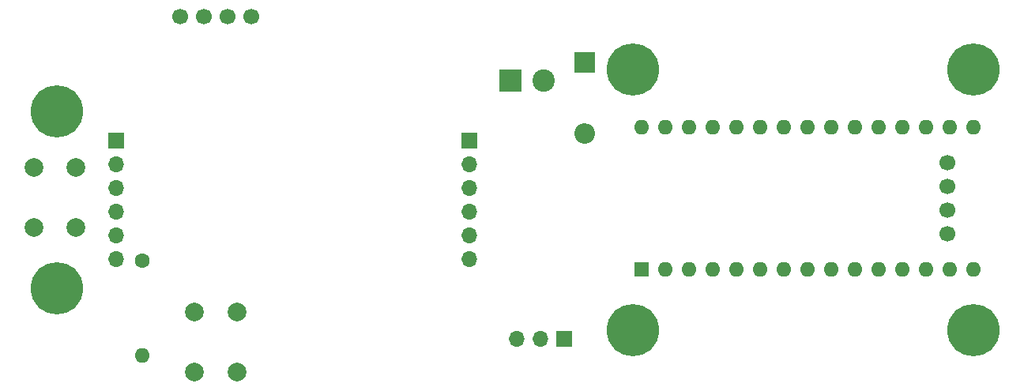
<source format=gbr>
%TF.GenerationSoftware,KiCad,Pcbnew,(6.0.9-0)*%
%TF.CreationDate,2023-02-24T22:58:19+01:00*%
%TF.ProjectId,FilamentSpoolScale,46696c61-6d65-46e7-9453-706f6f6c5363,rev?*%
%TF.SameCoordinates,Original*%
%TF.FileFunction,Soldermask,Top*%
%TF.FilePolarity,Negative*%
%FSLAX46Y46*%
G04 Gerber Fmt 4.6, Leading zero omitted, Abs format (unit mm)*
G04 Created by KiCad (PCBNEW (6.0.9-0)) date 2023-02-24 22:58:19*
%MOMM*%
%LPD*%
G01*
G04 APERTURE LIST*
%ADD10C,5.600000*%
%ADD11C,3.600000*%
%ADD12R,1.600000X1.600000*%
%ADD13O,1.600000X1.600000*%
%ADD14C,1.700000*%
%ADD15R,2.200000X2.200000*%
%ADD16O,2.200000X2.200000*%
%ADD17C,2.000000*%
%ADD18R,1.700000X1.700000*%
%ADD19O,1.700000X1.700000*%
%ADD20R,2.400000X2.400000*%
%ADD21C,2.400000*%
%ADD22C,1.600000*%
G04 APERTURE END LIST*
D10*
%TO.C,H5*%
X29800000Y-38000000D03*
D11*
X29800000Y-38000000D03*
%TD*%
%TO.C,H2*%
X128000000Y-33500000D03*
D10*
X128000000Y-33500000D03*
%TD*%
D12*
%TO.C,A1*%
X92450000Y-55000000D03*
D13*
X94990000Y-55000000D03*
X97530000Y-55000000D03*
X100070000Y-55000000D03*
X102610000Y-55000000D03*
X105150000Y-55000000D03*
X107690000Y-55000000D03*
X110230000Y-55000000D03*
X112770000Y-55000000D03*
X115310000Y-55000000D03*
X117850000Y-55000000D03*
X120390000Y-55000000D03*
X122930000Y-55000000D03*
X125470000Y-55000000D03*
X128010000Y-55000000D03*
X128010000Y-39760000D03*
X125470000Y-39760000D03*
X122930000Y-39760000D03*
X120390000Y-39760000D03*
X117850000Y-39760000D03*
X115310000Y-39760000D03*
X112770000Y-39760000D03*
X110230000Y-39760000D03*
X107690000Y-39760000D03*
X105150000Y-39760000D03*
X102610000Y-39760000D03*
X100070000Y-39760000D03*
X97530000Y-39760000D03*
X94990000Y-39760000D03*
X92450000Y-39760000D03*
%TD*%
D14*
%TO.C,J1*%
X50600000Y-27900000D03*
X48060000Y-27900000D03*
X45520000Y-27900000D03*
X42980000Y-27900000D03*
%TD*%
D11*
%TO.C,H4*%
X91500000Y-61500000D03*
D10*
X91500000Y-61500000D03*
%TD*%
D11*
%TO.C,H6*%
X29800000Y-57000000D03*
D10*
X29800000Y-57000000D03*
%TD*%
%TO.C,H1*%
X91500000Y-33500000D03*
D11*
X91500000Y-33500000D03*
%TD*%
D15*
%TO.C,D1*%
X86300000Y-32790000D03*
D16*
X86300000Y-40410000D03*
%TD*%
D17*
%TO.C,SW1*%
X44550000Y-66000000D03*
X44550000Y-59500000D03*
X49050000Y-66000000D03*
X49050000Y-59500000D03*
%TD*%
D18*
%TO.C,J5*%
X74000000Y-41150000D03*
D19*
X74000000Y-43690000D03*
X74000000Y-46230000D03*
X74000000Y-48770000D03*
X74000000Y-51310000D03*
X74000000Y-53850000D03*
%TD*%
D18*
%TO.C,J4*%
X84125000Y-62400000D03*
D19*
X81585000Y-62400000D03*
X79045000Y-62400000D03*
%TD*%
D10*
%TO.C,H3*%
X128000000Y-61500000D03*
D11*
X128000000Y-61500000D03*
%TD*%
D17*
%TO.C,SW2*%
X31800000Y-44000000D03*
X31800000Y-50500000D03*
X27300000Y-44000000D03*
X27300000Y-50500000D03*
%TD*%
D20*
%TO.C,J3*%
X78400000Y-34700000D03*
D21*
X81900000Y-34700000D03*
%TD*%
D18*
%TO.C,J6*%
X36175000Y-41150000D03*
D19*
X36175000Y-43690000D03*
X36175000Y-46230000D03*
X36175000Y-48770000D03*
X36175000Y-51310000D03*
X36175000Y-53850000D03*
%TD*%
D14*
%TO.C,J2*%
X125200000Y-43550000D03*
X125200000Y-46090000D03*
X125200000Y-48630000D03*
X125200000Y-51170000D03*
%TD*%
D22*
%TO.C,R1*%
X38910000Y-54010000D03*
D13*
X38910000Y-64170000D03*
%TD*%
M02*

</source>
